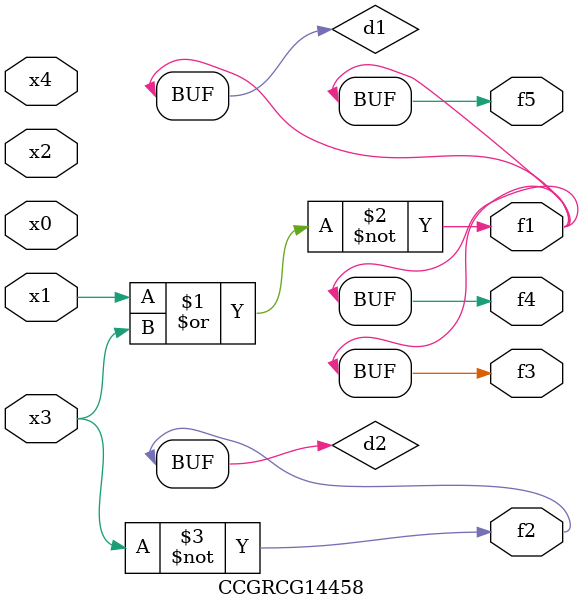
<source format=v>
module CCGRCG14458(
	input x0, x1, x2, x3, x4,
	output f1, f2, f3, f4, f5
);

	wire d1, d2;

	nor (d1, x1, x3);
	not (d2, x3);
	assign f1 = d1;
	assign f2 = d2;
	assign f3 = d1;
	assign f4 = d1;
	assign f5 = d1;
endmodule

</source>
